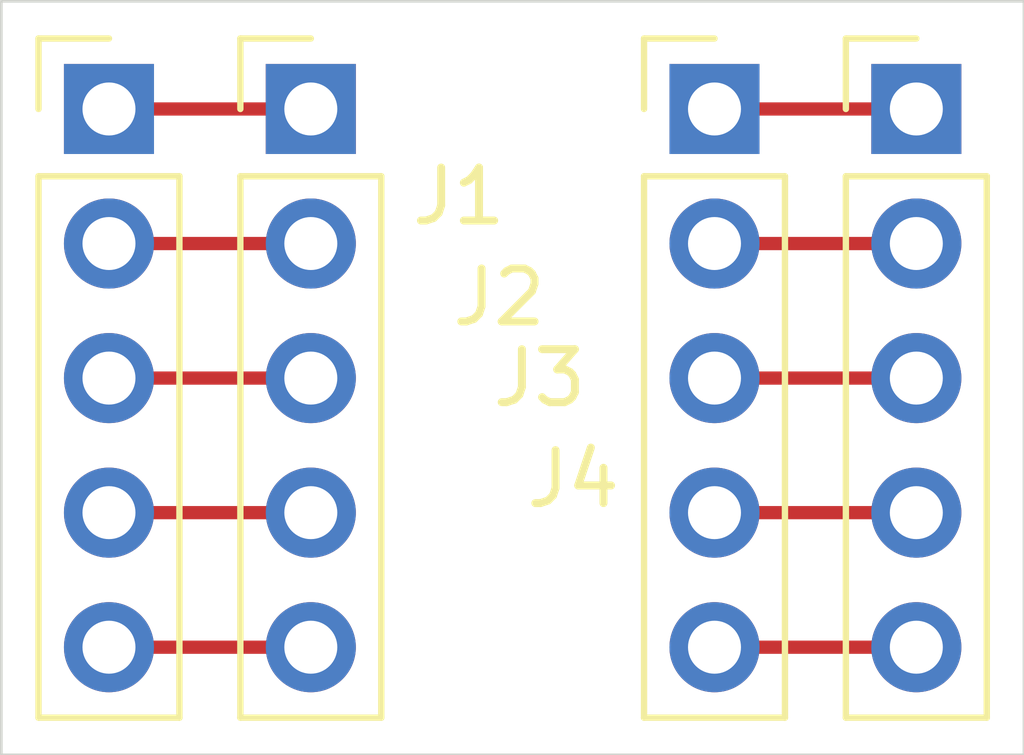
<source format=kicad_pcb>
(kicad_pcb (version 20171130) (host pcbnew "(5.1.10)-1")

  (general
    (thickness 1.6)
    (drawings 4)
    (tracks 10)
    (zones 0)
    (modules 4)
    (nets 11)
  )

  (page A4)
  (layers
    (0 F.Cu signal)
    (31 B.Cu signal)
    (32 B.Adhes user hide)
    (33 F.Adhes user hide)
    (34 B.Paste user hide)
    (35 F.Paste user hide)
    (36 B.SilkS user hide)
    (37 F.SilkS user hide)
    (38 B.Mask user)
    (39 F.Mask user)
    (40 Dwgs.User user hide)
    (41 Cmts.User user hide)
    (42 Eco1.User user hide)
    (43 Eco2.User user hide)
    (44 Edge.Cuts user)
    (45 Margin user hide)
    (46 B.CrtYd user hide)
    (47 F.CrtYd user hide)
    (48 B.Fab user hide)
    (49 F.Fab user hide)
  )

  (setup
    (last_trace_width 0.25)
    (trace_clearance 0.2)
    (zone_clearance 0.508)
    (zone_45_only no)
    (trace_min 0.2)
    (via_size 0.8)
    (via_drill 0.4)
    (via_min_size 0.4)
    (via_min_drill 0.3)
    (uvia_size 0.3)
    (uvia_drill 0.1)
    (uvias_allowed no)
    (uvia_min_size 0.2)
    (uvia_min_drill 0.1)
    (edge_width 0.05)
    (segment_width 0.2)
    (pcb_text_width 0.3)
    (pcb_text_size 1.5 1.5)
    (mod_edge_width 0.12)
    (mod_text_size 1 1)
    (mod_text_width 0.15)
    (pad_size 1.524 1.524)
    (pad_drill 0.762)
    (pad_to_mask_clearance 0.051)
    (solder_mask_min_width 0.25)
    (aux_axis_origin 0 0)
    (visible_elements 7FFFFFFF)
    (pcbplotparams
      (layerselection 0x010c0_ffffffff)
      (usegerberextensions false)
      (usegerberattributes false)
      (usegerberadvancedattributes false)
      (creategerberjobfile false)
      (excludeedgelayer true)
      (linewidth 0.100000)
      (plotframeref false)
      (viasonmask false)
      (mode 1)
      (useauxorigin false)
      (hpglpennumber 1)
      (hpglpenspeed 20)
      (hpglpendiameter 15.000000)
      (psnegative false)
      (psa4output false)
      (plotreference true)
      (plotvalue true)
      (plotinvisibletext false)
      (padsonsilk false)
      (subtractmaskfromsilk false)
      (outputformat 1)
      (mirror false)
      (drillshape 0)
      (scaleselection 1)
      (outputdirectory ""))
  )

  (net 0 "")
  (net 1 "Net-(J1-Pad2)")
  (net 2 "Net-(J1-Pad1)")
  (net 3 "Net-(J1-Pad3)")
  (net 4 "Net-(J1-Pad4)")
  (net 5 "Net-(J1-Pad5)")
  (net 6 "Net-(J3-Pad5)")
  (net 7 "Net-(J3-Pad4)")
  (net 8 "Net-(J3-Pad3)")
  (net 9 "Net-(J3-Pad2)")
  (net 10 "Net-(J3-Pad1)")

  (net_class Default "This is the default net class."
    (clearance 0.2)
    (trace_width 0.25)
    (via_dia 0.8)
    (via_drill 0.4)
    (uvia_dia 0.3)
    (uvia_drill 0.1)
    (add_net "Net-(J1-Pad1)")
    (add_net "Net-(J1-Pad2)")
    (add_net "Net-(J1-Pad3)")
    (add_net "Net-(J1-Pad4)")
    (add_net "Net-(J1-Pad5)")
    (add_net "Net-(J3-Pad1)")
    (add_net "Net-(J3-Pad2)")
    (add_net "Net-(J3-Pad3)")
    (add_net "Net-(J3-Pad4)")
    (add_net "Net-(J3-Pad5)")
  )

  (module Connector_PinHeader_2.54mm:PinHeader_1x05_P2.54mm_Vertical (layer F.Cu) (tedit 59FED5CC) (tstamp 611C478A)
    (at 172.339 97.917)
    (descr "Through hole straight pin header, 1x05, 2.54mm pitch, single row")
    (tags "Through hole pin header THT 1x05 2.54mm single row")
    (path /61202B0C)
    (fp_text reference J1 (at 6.604 1.651) (layer F.SilkS)
      (effects (font (size 1 1) (thickness 0.15)))
    )
    (fp_text value Conn_01x05_Male (at 1.397 16.002) (layer F.Fab)
      (effects (font (size 1 1) (thickness 0.15)))
    )
    (fp_line (start 1.8 -1.8) (end -1.8 -1.8) (layer F.CrtYd) (width 0.05))
    (fp_line (start 1.8 11.95) (end 1.8 -1.8) (layer F.CrtYd) (width 0.05))
    (fp_line (start -1.8 11.95) (end 1.8 11.95) (layer F.CrtYd) (width 0.05))
    (fp_line (start -1.8 -1.8) (end -1.8 11.95) (layer F.CrtYd) (width 0.05))
    (fp_line (start -1.33 -1.33) (end 0 -1.33) (layer F.SilkS) (width 0.12))
    (fp_line (start -1.33 0) (end -1.33 -1.33) (layer F.SilkS) (width 0.12))
    (fp_line (start -1.33 1.27) (end 1.33 1.27) (layer F.SilkS) (width 0.12))
    (fp_line (start 1.33 1.27) (end 1.33 11.49) (layer F.SilkS) (width 0.12))
    (fp_line (start -1.33 1.27) (end -1.33 11.49) (layer F.SilkS) (width 0.12))
    (fp_line (start -1.33 11.49) (end 1.33 11.49) (layer F.SilkS) (width 0.12))
    (fp_line (start -1.27 -0.635) (end -0.635 -1.27) (layer F.Fab) (width 0.1))
    (fp_line (start -1.27 11.43) (end -1.27 -0.635) (layer F.Fab) (width 0.1))
    (fp_line (start 1.27 11.43) (end -1.27 11.43) (layer F.Fab) (width 0.1))
    (fp_line (start 1.27 -1.27) (end 1.27 11.43) (layer F.Fab) (width 0.1))
    (fp_line (start -0.635 -1.27) (end 1.27 -1.27) (layer F.Fab) (width 0.1))
    (fp_text user %R (at 0 5.08 90) (layer F.Fab)
      (effects (font (size 1 1) (thickness 0.15)))
    )
    (pad 1 thru_hole rect (at 0 0) (size 1.7 1.7) (drill 1) (layers *.Cu *.Mask)
      (net 2 "Net-(J1-Pad1)"))
    (pad 2 thru_hole oval (at 0 2.54) (size 1.7 1.7) (drill 1) (layers *.Cu *.Mask)
      (net 1 "Net-(J1-Pad2)"))
    (pad 3 thru_hole oval (at 0 5.08) (size 1.7 1.7) (drill 1) (layers *.Cu *.Mask)
      (net 3 "Net-(J1-Pad3)"))
    (pad 4 thru_hole oval (at 0 7.62) (size 1.7 1.7) (drill 1) (layers *.Cu *.Mask)
      (net 4 "Net-(J1-Pad4)"))
    (pad 5 thru_hole oval (at 0 10.16) (size 1.7 1.7) (drill 1) (layers *.Cu *.Mask)
      (net 5 "Net-(J1-Pad5)"))
    (model ${KISYS3DMOD}/Connector_PinHeader_2.54mm.3dshapes/PinHeader_1x05_P2.54mm_Vertical.wrl
      (at (xyz 0 0 0))
      (scale (xyz 1 1 1))
      (rotate (xyz 0 0 0))
    )
  )

  (module Connector_PinHeader_2.54mm:PinHeader_1x05_P2.54mm_Vertical (layer F.Cu) (tedit 59FED5CC) (tstamp 611C47A3)
    (at 176.149 97.917)
    (descr "Through hole straight pin header, 1x05, 2.54mm pitch, single row")
    (tags "Through hole pin header THT 1x05 2.54mm single row")
    (path /612032C0)
    (fp_text reference J2 (at 3.556 3.556) (layer F.SilkS)
      (effects (font (size 1 1) (thickness 0.15)))
    )
    (fp_text value Conn_01x05_Male (at -1.651 15.24) (layer F.Fab)
      (effects (font (size 1 1) (thickness 0.15)))
    )
    (fp_text user %R (at 0 5.08 90) (layer F.Fab)
      (effects (font (size 1 1) (thickness 0.15)))
    )
    (fp_line (start -0.635 -1.27) (end 1.27 -1.27) (layer F.Fab) (width 0.1))
    (fp_line (start 1.27 -1.27) (end 1.27 11.43) (layer F.Fab) (width 0.1))
    (fp_line (start 1.27 11.43) (end -1.27 11.43) (layer F.Fab) (width 0.1))
    (fp_line (start -1.27 11.43) (end -1.27 -0.635) (layer F.Fab) (width 0.1))
    (fp_line (start -1.27 -0.635) (end -0.635 -1.27) (layer F.Fab) (width 0.1))
    (fp_line (start -1.33 11.49) (end 1.33 11.49) (layer F.SilkS) (width 0.12))
    (fp_line (start -1.33 1.27) (end -1.33 11.49) (layer F.SilkS) (width 0.12))
    (fp_line (start 1.33 1.27) (end 1.33 11.49) (layer F.SilkS) (width 0.12))
    (fp_line (start -1.33 1.27) (end 1.33 1.27) (layer F.SilkS) (width 0.12))
    (fp_line (start -1.33 0) (end -1.33 -1.33) (layer F.SilkS) (width 0.12))
    (fp_line (start -1.33 -1.33) (end 0 -1.33) (layer F.SilkS) (width 0.12))
    (fp_line (start -1.8 -1.8) (end -1.8 11.95) (layer F.CrtYd) (width 0.05))
    (fp_line (start -1.8 11.95) (end 1.8 11.95) (layer F.CrtYd) (width 0.05))
    (fp_line (start 1.8 11.95) (end 1.8 -1.8) (layer F.CrtYd) (width 0.05))
    (fp_line (start 1.8 -1.8) (end -1.8 -1.8) (layer F.CrtYd) (width 0.05))
    (pad 5 thru_hole oval (at 0 10.16) (size 1.7 1.7) (drill 1) (layers *.Cu *.Mask)
      (net 5 "Net-(J1-Pad5)"))
    (pad 4 thru_hole oval (at 0 7.62) (size 1.7 1.7) (drill 1) (layers *.Cu *.Mask)
      (net 4 "Net-(J1-Pad4)"))
    (pad 3 thru_hole oval (at 0 5.08) (size 1.7 1.7) (drill 1) (layers *.Cu *.Mask)
      (net 3 "Net-(J1-Pad3)"))
    (pad 2 thru_hole oval (at 0 2.54) (size 1.7 1.7) (drill 1) (layers *.Cu *.Mask)
      (net 1 "Net-(J1-Pad2)"))
    (pad 1 thru_hole rect (at 0 0) (size 1.7 1.7) (drill 1) (layers *.Cu *.Mask)
      (net 2 "Net-(J1-Pad1)"))
    (model ${KISYS3DMOD}/Connector_PinHeader_2.54mm.3dshapes/PinHeader_1x05_P2.54mm_Vertical.wrl
      (at (xyz 0 0 0))
      (scale (xyz 1 1 1))
      (rotate (xyz 0 0 0))
    )
  )

  (module Connector_PinHeader_2.54mm:PinHeader_1x05_P2.54mm_Vertical (layer F.Cu) (tedit 59FED5CC) (tstamp 611C47BC)
    (at 183.769 97.917)
    (descr "Through hole straight pin header, 1x05, 2.54mm pitch, single row")
    (tags "Through hole pin header THT 1x05 2.54mm single row")
    (path /6120854E)
    (fp_text reference J3 (at -3.302 5.08) (layer F.SilkS)
      (effects (font (size 1 1) (thickness 0.15)))
    )
    (fp_text value Conn_01x05_Male (at 0.889 14.732) (layer F.Fab)
      (effects (font (size 1 1) (thickness 0.15)))
    )
    (fp_line (start 1.8 -1.8) (end -1.8 -1.8) (layer F.CrtYd) (width 0.05))
    (fp_line (start 1.8 11.95) (end 1.8 -1.8) (layer F.CrtYd) (width 0.05))
    (fp_line (start -1.8 11.95) (end 1.8 11.95) (layer F.CrtYd) (width 0.05))
    (fp_line (start -1.8 -1.8) (end -1.8 11.95) (layer F.CrtYd) (width 0.05))
    (fp_line (start -1.33 -1.33) (end 0 -1.33) (layer F.SilkS) (width 0.12))
    (fp_line (start -1.33 0) (end -1.33 -1.33) (layer F.SilkS) (width 0.12))
    (fp_line (start -1.33 1.27) (end 1.33 1.27) (layer F.SilkS) (width 0.12))
    (fp_line (start 1.33 1.27) (end 1.33 11.49) (layer F.SilkS) (width 0.12))
    (fp_line (start -1.33 1.27) (end -1.33 11.49) (layer F.SilkS) (width 0.12))
    (fp_line (start -1.33 11.49) (end 1.33 11.49) (layer F.SilkS) (width 0.12))
    (fp_line (start -1.27 -0.635) (end -0.635 -1.27) (layer F.Fab) (width 0.1))
    (fp_line (start -1.27 11.43) (end -1.27 -0.635) (layer F.Fab) (width 0.1))
    (fp_line (start 1.27 11.43) (end -1.27 11.43) (layer F.Fab) (width 0.1))
    (fp_line (start 1.27 -1.27) (end 1.27 11.43) (layer F.Fab) (width 0.1))
    (fp_line (start -0.635 -1.27) (end 1.27 -1.27) (layer F.Fab) (width 0.1))
    (fp_text user %R (at 0.050999 5.540999 90) (layer F.Fab)
      (effects (font (size 1 1) (thickness 0.15)))
    )
    (pad 1 thru_hole rect (at 0 0) (size 1.7 1.7) (drill 1) (layers *.Cu *.Mask)
      (net 10 "Net-(J3-Pad1)"))
    (pad 2 thru_hole oval (at 0 2.54) (size 1.7 1.7) (drill 1) (layers *.Cu *.Mask)
      (net 9 "Net-(J3-Pad2)"))
    (pad 3 thru_hole oval (at 0 5.08) (size 1.7 1.7) (drill 1) (layers *.Cu *.Mask)
      (net 8 "Net-(J3-Pad3)"))
    (pad 4 thru_hole oval (at 0 7.62) (size 1.7 1.7) (drill 1) (layers *.Cu *.Mask)
      (net 7 "Net-(J3-Pad4)"))
    (pad 5 thru_hole oval (at 0 10.16) (size 1.7 1.7) (drill 1) (layers *.Cu *.Mask)
      (net 6 "Net-(J3-Pad5)"))
    (model ${KISYS3DMOD}/Connector_PinHeader_2.54mm.3dshapes/PinHeader_1x05_P2.54mm_Vertical.wrl
      (at (xyz 0 0 0))
      (scale (xyz 1 1 1))
      (rotate (xyz 0 0 0))
    )
  )

  (module Connector_PinHeader_2.54mm:PinHeader_1x05_P2.54mm_Vertical (layer F.Cu) (tedit 59FED5CC) (tstamp 611C4B03)
    (at 187.579 97.917)
    (descr "Through hole straight pin header, 1x05, 2.54mm pitch, single row")
    (tags "Through hole pin header THT 1x05 2.54mm single row")
    (path /61208558)
    (fp_text reference J4 (at -6.477 6.985) (layer F.SilkS)
      (effects (font (size 1 1) (thickness 0.15)))
    )
    (fp_text value Conn_01x05_Male (at -0.254 15.875) (layer F.Fab)
      (effects (font (size 1 1) (thickness 0.15)))
    )
    (fp_text user %R (at 0 5.08 90) (layer F.Fab)
      (effects (font (size 1 1) (thickness 0.15)))
    )
    (fp_line (start -0.635 -1.27) (end 1.27 -1.27) (layer F.Fab) (width 0.1))
    (fp_line (start 1.27 -1.27) (end 1.27 11.43) (layer F.Fab) (width 0.1))
    (fp_line (start 1.27 11.43) (end -1.27 11.43) (layer F.Fab) (width 0.1))
    (fp_line (start -1.27 11.43) (end -1.27 -0.635) (layer F.Fab) (width 0.1))
    (fp_line (start -1.27 -0.635) (end -0.635 -1.27) (layer F.Fab) (width 0.1))
    (fp_line (start -1.33 11.49) (end 1.33 11.49) (layer F.SilkS) (width 0.12))
    (fp_line (start -1.33 1.27) (end -1.33 11.49) (layer F.SilkS) (width 0.12))
    (fp_line (start 1.33 1.27) (end 1.33 11.49) (layer F.SilkS) (width 0.12))
    (fp_line (start -1.33 1.27) (end 1.33 1.27) (layer F.SilkS) (width 0.12))
    (fp_line (start -1.33 0) (end -1.33 -1.33) (layer F.SilkS) (width 0.12))
    (fp_line (start -1.33 -1.33) (end 0 -1.33) (layer F.SilkS) (width 0.12))
    (fp_line (start -1.8 -1.8) (end -1.8 11.95) (layer F.CrtYd) (width 0.05))
    (fp_line (start -1.8 11.95) (end 1.8 11.95) (layer F.CrtYd) (width 0.05))
    (fp_line (start 1.8 11.95) (end 1.8 -1.8) (layer F.CrtYd) (width 0.05))
    (fp_line (start 1.8 -1.8) (end -1.8 -1.8) (layer F.CrtYd) (width 0.05))
    (pad 5 thru_hole oval (at 0 10.16) (size 1.7 1.7) (drill 1) (layers *.Cu *.Mask)
      (net 6 "Net-(J3-Pad5)"))
    (pad 4 thru_hole oval (at 0 7.62) (size 1.7 1.7) (drill 1) (layers *.Cu *.Mask)
      (net 7 "Net-(J3-Pad4)"))
    (pad 3 thru_hole oval (at 0 5.08) (size 1.7 1.7) (drill 1) (layers *.Cu *.Mask)
      (net 8 "Net-(J3-Pad3)"))
    (pad 2 thru_hole oval (at 0 2.54) (size 1.7 1.7) (drill 1) (layers *.Cu *.Mask)
      (net 9 "Net-(J3-Pad2)"))
    (pad 1 thru_hole rect (at 0 0) (size 1.7 1.7) (drill 1) (layers *.Cu *.Mask)
      (net 10 "Net-(J3-Pad1)"))
    (model ${KISYS3DMOD}/Connector_PinHeader_2.54mm.3dshapes/PinHeader_1x05_P2.54mm_Vertical.wrl
      (at (xyz 0 0 0))
      (scale (xyz 1 1 1))
      (rotate (xyz 0 0 0))
    )
  )

  (gr_line (start 189.611 95.885) (end 170.307 95.885) (layer Edge.Cuts) (width 0.05) (tstamp 5F63CF53))
  (gr_line (start 189.611 110.109) (end 189.611 95.885) (layer Edge.Cuts) (width 0.05))
  (gr_line (start 170.307 110.109) (end 189.611 110.109) (layer Edge.Cuts) (width 0.05))
  (gr_line (start 170.307 95.885) (end 170.307 110.109) (layer Edge.Cuts) (width 0.05) (tstamp 611C4A1D))

  (segment (start 172.339 100.457) (end 176.149 100.457) (width 0.25) (layer F.Cu) (net 1))
  (segment (start 172.339 97.917) (end 176.149 97.917) (width 0.25) (layer F.Cu) (net 2))
  (segment (start 172.339 102.997) (end 176.149 102.997) (width 0.25) (layer F.Cu) (net 3))
  (segment (start 172.339 105.537) (end 176.149 105.537) (width 0.25) (layer F.Cu) (net 4))
  (segment (start 172.339 108.077) (end 176.149 108.077) (width 0.25) (layer F.Cu) (net 5))
  (segment (start 183.769 108.077) (end 187.579 108.077) (width 0.25) (layer F.Cu) (net 6))
  (segment (start 183.769 105.537) (end 187.579 105.537) (width 0.25) (layer F.Cu) (net 7))
  (segment (start 183.769 102.997) (end 187.579 102.997) (width 0.25) (layer F.Cu) (net 8))
  (segment (start 183.769 100.457) (end 187.579 100.457) (width 0.25) (layer F.Cu) (net 9))
  (segment (start 183.769 97.917) (end 187.579 97.917) (width 0.25) (layer F.Cu) (net 10))

)

</source>
